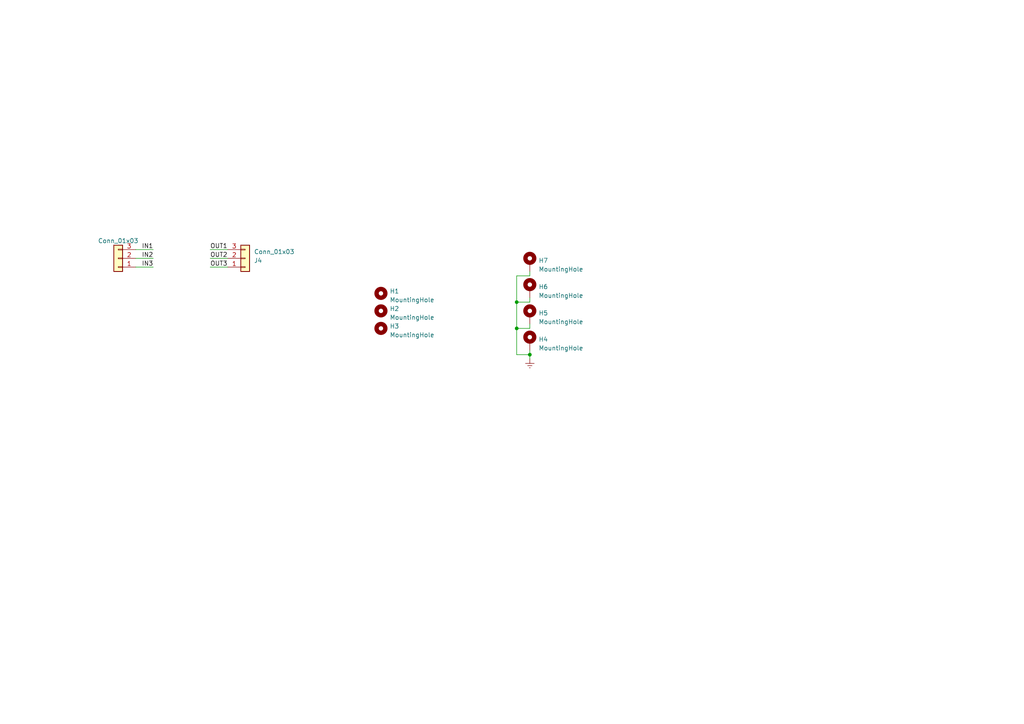
<source format=kicad_sch>
(kicad_sch (version 20230121) (generator eeschema)
  (paper "A4")
  (lib_symbols
    (symbol "Connector_Generic:Conn_01x03" (pin_names (offset 1.016) hide)
      (property "Reference" "J" (at 0 5.08 0))
      (property "Value" "Conn_01x03" (at 0 -5.08 0))
      (symbol "Conn_01x03_1_1"
        (rectangle (start -1.27 -2.413) (end 0 -2.667) (stroke (width 0.1524)))
        (rectangle (start -1.27 0.127) (end 0 -0.127) (stroke (width 0.1524)))
        (rectangle (start -1.27 2.667) (end 0 2.413) (stroke (width 0.1524)))
        (rectangle (start -1.27 3.81) (end 1.27 -3.81) (stroke (width 0.254)) (fill (type background)))
        (pin passive line (at -5.08 2.54 0) (length 3.81) (name "Pin_1") (number "1"))
        (pin passive line (at -5.08 0 0) (length 3.81) (name "Pin_2") (number "2"))
        (pin passive line (at -5.08 -2.54 0) (length 3.81) (name "Pin_3") (number "3"))
      )
    )
    (symbol "Mechanical:MountingHole" (pin_names (offset 1.016))
      (property "Reference" "H" (at 0 5.08 0))
      (property "Value" "MountingHole" (at 0 3.175 0))
      (symbol "MountingHole_0_1"
        (circle (center 0 0) (radius 1.27) (stroke (width 1.27)))
      )
    )
    (symbol "Mechanical:MountingHole_Pad" (pin_numbers hide) (pin_names (offset 1.016) hide)
      (property "Reference" "H" (at 0 6.35 0))
      (property "Value" "MountingHole_Pad" (at 0 4.445 0))
      (symbol "MountingHole_Pad_0_1"
        (circle (center 0 1.27) (radius 1.27) (stroke (width 1.27)))
      )
      (symbol "MountingHole_Pad_1_1"
        (pin input line (at 0 -2.54 90) (length 2.54) (name "1") (number "1"))
      )
    )
    (symbol "power:Earth" (power) (pin_names (offset 0))
      (symbol "Earth_0_1"
        (polyline (pts (xy -0.635 -1.905) (xy 0.635 -1.905)))
        (polyline (pts (xy -0.127 -2.54) (xy 0.127 -2.54)))
        (polyline (pts (xy 0 -1.27) (xy 0 0)))
        (polyline (pts (xy 1.27 -1.27) (xy -1.27 -1.27)))
      )
      (symbol "Earth_1_1"
        (pin power_in line (at 0 0 270) (length 0) hide (name "Earth") (number "1"))
      )
    )
  )
  (junction (at 149.86 87.63))
  (junction (at 153.67 102.87))
  (junction (at 149.86 95.25))
  (wire (pts (xy 149.86 102.87) (xy 153.67 102.87)))
  (wire (pts (xy 60.96 74.93) (xy 66.04 74.93)))
  (wire (pts (xy 153.67 93.98) (xy 153.67 95.25)))
  (wire (pts (xy 153.67 95.25) (xy 149.86 95.25)))
  (wire (pts (xy 149.86 87.63) (xy 149.86 95.25)))
  (wire (pts (xy 153.67 86.36) (xy 153.67 87.63)))
  (wire (pts (xy 153.67 102.87) (xy 153.67 101.6)))
  (wire (pts (xy 149.86 80.01) (xy 149.86 87.63)))
  (wire (pts (xy 39.37 74.93) (xy 44.45 74.93)))
  (wire (pts (xy 149.86 95.25) (xy 149.86 102.87)))
  (wire (pts (xy 153.67 78.74) (xy 153.67 80.01)))
  (wire (pts (xy 153.67 87.63) (xy 149.86 87.63)))
  (wire (pts (xy 39.37 77.47) (xy 44.45 77.47)))
  (wire (pts (xy 153.67 80.01) (xy 149.86 80.01)))
  (wire (pts (xy 153.67 102.87) (xy 153.67 104.14)))
  (wire (pts (xy 60.96 77.47) (xy 66.04 77.47)))
  (wire (pts (xy 39.37 72.39) (xy 44.45 72.39)))
  (wire (pts (xy 60.96 72.39) (xy 66.04 72.39)))
  (label "OUT1" (at 60.96 72.39 0))
  (label "OUT2" (at 60.96 74.93 0))
  (label "OUT3" (at 60.96 77.47 0))
  (label "IN3" (at 44.45 77.47 180))
  (label "IN1" (at 44.45 72.39 180))
  (label "IN2" (at 44.45 74.93 180))
  (symbol (lib_id "Mechanical:MountingHole") (at 110.49 95.25 0) (unit 1)
    (property "Reference" "H3" (at 113.03 94.615 0) (effects (justify left)))
    (property "Value" "MountingHole" (at 113.03 97.155 0) (effects (justify left)))
    (property "Footprint" "MountingHole:MountingHole_3.2mm_M3" (effects hide))
  )
  (symbol (lib_id "Connector_Generic:Conn_01x03") (at 71.12 74.93 0) (mirror x) (unit 1)
    (property "Reference" "J4" (at 73.66 75.565 0) (effects (justify left)))
    (property "Value" "Conn_01x03" (at 73.66 73.025 0) (effects (justify left)))
    (property "Footprint" "TerminalBlock_Phoenix:TerminalBlock_Phoenix_MKDS-3-3-5.08_1x03_P5.08mm_Horizontal" (effects hide))
  )
  (symbol (lib_id "Mechanical:MountingHole") (at 110.49 85.09 0) (unit 1)
    (property "Reference" "H1" (at 113.03 84.455 0) (effects (justify left)))
    (property "Value" "MountingHole" (at 113.03 86.995 0) (effects (justify left)))
    (property "Footprint" "MountingHole:MountingHole_3.2mm_M3" (effects hide))
  )
  (symbol (lib_id "Mechanical:MountingHole_Pad") (at 153.67 76.2 0) (unit 1)
    (property "Reference" "H7" (at 156.21 75.565 0) (effects (justify left)))
    (property "Value" "MountingHole" (at 156.21 78.105 0) (effects (justify left)))
    (property "Footprint" "MountingHole:MountingHole_3.2mm_M3_Pad_Via" (effects hide))
  )
  (symbol (lib_id "Mechanical:MountingHole_Pad") (at 153.67 91.44 0) (unit 1)
    (property "Reference" "H5" (at 156.21 90.805 0) (effects (justify left)))
    (property "Value" "MountingHole" (at 156.21 93.345 0) (effects (justify left)))
    (property "Footprint" "MountingHole:MountingHole_3.2mm_M3_Pad_Via" (effects hide))
  )
  (symbol (lib_id "Connector_Generic:Conn_01x03") (at 34.29 74.93 180) (unit 1)
    (property "Reference" "J3" (effects hide))
    (property "Value" "Conn_01x03" (at 34.29 69.85 0))
    (property "Footprint" "TerminalBlock_Phoenix:TerminalBlock_Phoenix_MKDS-3-3-5.08_1x03_P5.08mm_Horizontal" (effects hide))
  )
  (symbol (lib_id "Mechanical:MountingHole_Pad") (at 153.67 83.82 0) (unit 1)
    (property "Reference" "H6" (at 156.21 83.185 0) (effects (justify left)))
    (property "Value" "MountingHole" (at 156.21 85.725 0) (effects (justify left)))
    (property "Footprint" "MountingHole:MountingHole_3.2mm_M3_Pad_Via" (effects hide))
  )
  (symbol (lib_id "Mechanical:MountingHole_Pad") (at 153.67 99.06 0) (unit 1)
    (property "Reference" "H4" (at 156.21 98.425 0) (effects (justify left)))
    (property "Value" "MountingHole" (at 156.21 100.965 0) (effects (justify left)))
    (property "Footprint" "MountingHole:MountingHole_3.2mm_M3_Pad_Via" (effects hide))
  )
  (symbol (lib_id "power:Earth") (at 153.67 104.14 0) (unit 1)
    (property "Reference" "#PWR01" (effects hide))
    (property "Value" "Earth" (effects hide))
  )
  (symbol (lib_id "Mechanical:MountingHole") (at 110.49 90.17 0) (unit 1)
    (property "Reference" "H2" (at 113.03 89.535 0) (effects (justify left)))
    (property "Value" "MountingHole" (at 113.03 92.075 0) (effects (justify left)))
    (property "Footprint" "MountingHole:MountingHole_3.2mm_M3" (effects hide))
  )
)
</source>
